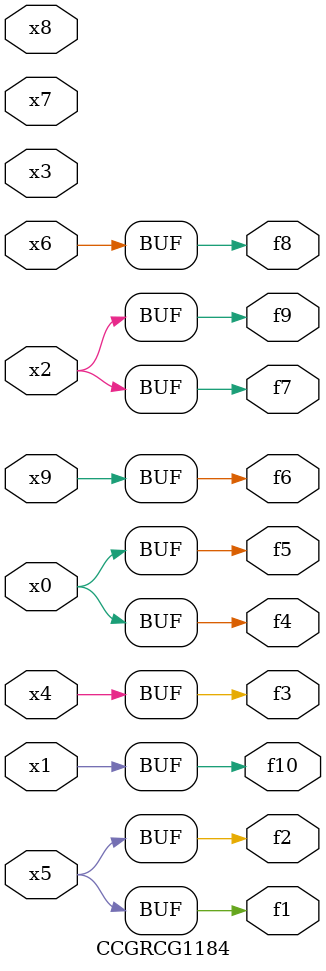
<source format=v>
module CCGRCG1184(
	input x0, x1, x2, x3, x4, x5, x6, x7, x8, x9,
	output f1, f2, f3, f4, f5, f6, f7, f8, f9, f10
);
	assign f1 = x5;
	assign f2 = x5;
	assign f3 = x4;
	assign f4 = x0;
	assign f5 = x0;
	assign f6 = x9;
	assign f7 = x2;
	assign f8 = x6;
	assign f9 = x2;
	assign f10 = x1;
endmodule

</source>
